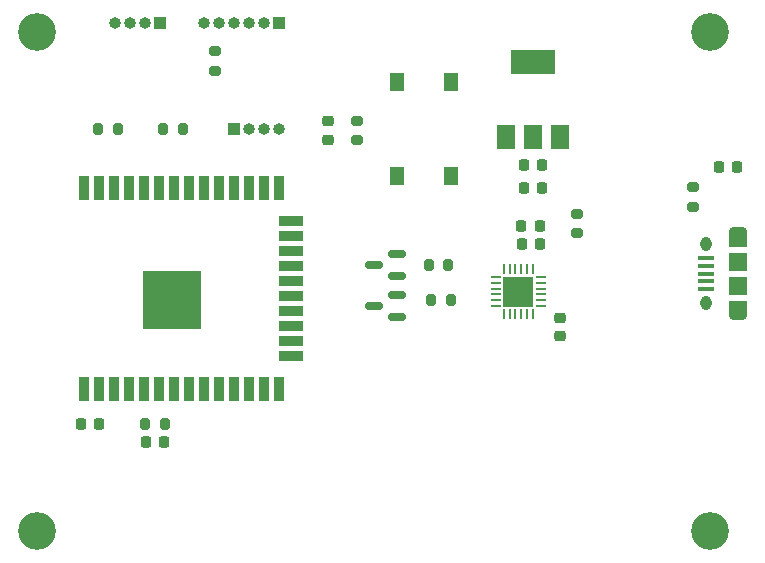
<source format=gbr>
%TF.GenerationSoftware,KiCad,Pcbnew,(6.0.2)*%
%TF.CreationDate,2022-04-19T16:18:31-05:00*%
%TF.ProjectId,Tlapixki-HelloWorld,546c6170-6978-46b6-992d-48656c6c6f57,rev?*%
%TF.SameCoordinates,Original*%
%TF.FileFunction,Soldermask,Top*%
%TF.FilePolarity,Negative*%
%FSLAX46Y46*%
G04 Gerber Fmt 4.6, Leading zero omitted, Abs format (unit mm)*
G04 Created by KiCad (PCBNEW (6.0.2)) date 2022-04-19 16:18:31*
%MOMM*%
%LPD*%
G01*
G04 APERTURE LIST*
G04 Aperture macros list*
%AMRoundRect*
0 Rectangle with rounded corners*
0 $1 Rounding radius*
0 $2 $3 $4 $5 $6 $7 $8 $9 X,Y pos of 4 corners*
0 Add a 4 corners polygon primitive as box body*
4,1,4,$2,$3,$4,$5,$6,$7,$8,$9,$2,$3,0*
0 Add four circle primitives for the rounded corners*
1,1,$1+$1,$2,$3*
1,1,$1+$1,$4,$5*
1,1,$1+$1,$6,$7*
1,1,$1+$1,$8,$9*
0 Add four rect primitives between the rounded corners*
20,1,$1+$1,$2,$3,$4,$5,0*
20,1,$1+$1,$4,$5,$6,$7,0*
20,1,$1+$1,$6,$7,$8,$9,0*
20,1,$1+$1,$8,$9,$2,$3,0*%
G04 Aperture macros list end*
%ADD10R,1.300000X1.550000*%
%ADD11RoundRect,0.225000X0.225000X0.250000X-0.225000X0.250000X-0.225000X-0.250000X0.225000X-0.250000X0*%
%ADD12C,3.200000*%
%ADD13RoundRect,0.200000X-0.275000X0.200000X-0.275000X-0.200000X0.275000X-0.200000X0.275000X0.200000X0*%
%ADD14RoundRect,0.200000X0.200000X0.275000X-0.200000X0.275000X-0.200000X-0.275000X0.200000X-0.275000X0*%
%ADD15RoundRect,0.062500X0.350000X0.062500X-0.350000X0.062500X-0.350000X-0.062500X0.350000X-0.062500X0*%
%ADD16RoundRect,0.062500X0.062500X0.350000X-0.062500X0.350000X-0.062500X-0.350000X0.062500X-0.350000X0*%
%ADD17R,2.600000X2.600000*%
%ADD18RoundRect,0.200000X-0.200000X-0.275000X0.200000X-0.275000X0.200000X0.275000X-0.200000X0.275000X0*%
%ADD19RoundRect,0.150000X0.587500X0.150000X-0.587500X0.150000X-0.587500X-0.150000X0.587500X-0.150000X0*%
%ADD20R,1.500000X2.000000*%
%ADD21R,3.800000X2.000000*%
%ADD22R,1.000000X1.000000*%
%ADD23O,1.000000X1.000000*%
%ADD24RoundRect,0.200000X0.275000X-0.200000X0.275000X0.200000X-0.275000X0.200000X-0.275000X-0.200000X0*%
%ADD25RoundRect,0.218750X0.218750X0.256250X-0.218750X0.256250X-0.218750X-0.256250X0.218750X-0.256250X0*%
%ADD26RoundRect,0.225000X-0.250000X0.225000X-0.250000X-0.225000X0.250000X-0.225000X0.250000X0.225000X0*%
%ADD27R,1.350000X0.400000*%
%ADD28R,1.550000X1.500000*%
%ADD29R,1.550000X1.200000*%
%ADD30O,1.550000X0.890000*%
%ADD31O,0.950000X1.250000*%
%ADD32RoundRect,0.218750X-0.256250X0.218750X-0.256250X-0.218750X0.256250X-0.218750X0.256250X0.218750X0*%
%ADD33R,0.900000X2.000000*%
%ADD34R,2.000000X0.900000*%
%ADD35R,5.000000X5.000000*%
G04 APERTURE END LIST*
D10*
%TO.C,S1*%
X96500000Y-105525000D03*
X96500000Y-113475000D03*
X101000000Y-105525000D03*
X101000000Y-113475000D03*
%TD*%
D11*
%TO.C,C3*%
X108775000Y-112500000D03*
X107225000Y-112500000D03*
%TD*%
D12*
%TO.C,H4*%
X123000000Y-143500000D03*
%TD*%
D13*
%TO.C,R9*%
X93100000Y-108775000D03*
X93100000Y-110425000D03*
%TD*%
D14*
%TO.C,R8*%
X78325000Y-109500000D03*
X76675000Y-109500000D03*
%TD*%
D15*
%TO.C,U2*%
X108687500Y-124500000D03*
X108687500Y-124000000D03*
X108687500Y-123500000D03*
X108687500Y-123000000D03*
X108687500Y-122500000D03*
X108687500Y-122000000D03*
D16*
X108000000Y-121312500D03*
X107500000Y-121312500D03*
X107000000Y-121312500D03*
X106500000Y-121312500D03*
X106000000Y-121312500D03*
X105500000Y-121312500D03*
D15*
X104812500Y-122000000D03*
X104812500Y-122500000D03*
X104812500Y-123000000D03*
X104812500Y-123500000D03*
X104812500Y-124000000D03*
X104812500Y-124500000D03*
D16*
X105500000Y-125187500D03*
X106000000Y-125187500D03*
X106500000Y-125187500D03*
X107000000Y-125187500D03*
X107500000Y-125187500D03*
X108000000Y-125187500D03*
D17*
X106750000Y-123250000D03*
%TD*%
D13*
%TO.C,R4*%
X121500000Y-114425000D03*
X121500000Y-116075000D03*
%TD*%
D18*
%TO.C,R6*%
X75175000Y-134500000D03*
X76825000Y-134500000D03*
%TD*%
D11*
%TO.C,C2*%
X108550000Y-117700000D03*
X107000000Y-117700000D03*
%TD*%
D19*
%TO.C,Q1*%
X96437500Y-125450000D03*
X96437500Y-123550000D03*
X94562500Y-124500000D03*
%TD*%
D20*
%TO.C,U1*%
X105700000Y-110150000D03*
X108000000Y-110150000D03*
D21*
X108000000Y-103850000D03*
D20*
X110300000Y-110150000D03*
%TD*%
D22*
%TO.C,J2*%
X86500000Y-100500000D03*
D23*
X85230000Y-100500000D03*
X83960000Y-100500000D03*
X82690000Y-100500000D03*
X81420000Y-100500000D03*
X80150000Y-100500000D03*
%TD*%
D12*
%TO.C,H3*%
X66000000Y-101250000D03*
%TD*%
%TO.C,H2*%
X123000000Y-101250000D03*
%TD*%
D11*
%TO.C,C1*%
X108775000Y-114500000D03*
X107225000Y-114500000D03*
%TD*%
D18*
%TO.C,R7*%
X71175000Y-109500000D03*
X72825000Y-109500000D03*
%TD*%
D11*
%TO.C,C4*%
X108575000Y-119200000D03*
X107025000Y-119200000D03*
%TD*%
D12*
%TO.C,H1*%
X66000000Y-143500000D03*
%TD*%
D24*
%TO.C,R5*%
X81050000Y-104575000D03*
X81050000Y-102925000D03*
%TD*%
D25*
%TO.C,D1*%
X125287500Y-112750000D03*
X123712500Y-112750000D03*
%TD*%
D26*
%TO.C,C5*%
X110250000Y-125475000D03*
X110250000Y-127025000D03*
%TD*%
D11*
%TO.C,C7*%
X71275000Y-134500000D03*
X69725000Y-134500000D03*
%TD*%
D13*
%TO.C,R3*%
X111750000Y-116675000D03*
X111750000Y-118325000D03*
%TD*%
D27*
%TO.C,J1*%
X122600000Y-123050000D03*
X122600000Y-122400000D03*
X122600000Y-121750000D03*
X122600000Y-121100000D03*
X122600000Y-120450000D03*
D28*
X125300000Y-120750000D03*
D29*
X125300000Y-118850000D03*
D30*
X125300000Y-125250000D03*
D31*
X122600000Y-119250000D03*
D28*
X125300000Y-122750000D03*
D29*
X125300000Y-124650000D03*
D31*
X122600000Y-124250000D03*
D30*
X125300000Y-118250000D03*
%TD*%
D11*
%TO.C,C6*%
X76775000Y-136000000D03*
X75225000Y-136000000D03*
%TD*%
D22*
%TO.C,J3*%
X76400000Y-100500000D03*
D23*
X75130000Y-100500000D03*
X73860000Y-100500000D03*
X72590000Y-100500000D03*
%TD*%
D22*
%TO.C,J4*%
X82690000Y-109500000D03*
D23*
X83960000Y-109500000D03*
X85230000Y-109500000D03*
X86500000Y-109500000D03*
%TD*%
D32*
%TO.C,D2*%
X90600000Y-108812500D03*
X90600000Y-110387500D03*
%TD*%
D19*
%TO.C,Q2*%
X96437500Y-121950000D03*
X96437500Y-120050000D03*
X94562500Y-121000000D03*
%TD*%
D14*
%TO.C,R2*%
X100825000Y-121000000D03*
X99175000Y-121000000D03*
%TD*%
D33*
%TO.C,U3*%
X69945000Y-131500000D03*
X71215000Y-131500000D03*
X72485000Y-131500000D03*
X73755000Y-131500000D03*
X75025000Y-131500000D03*
X76295000Y-131500000D03*
X77565000Y-131500000D03*
X78835000Y-131500000D03*
X80105000Y-131500000D03*
X81375000Y-131500000D03*
X82645000Y-131500000D03*
X83915000Y-131500000D03*
X85185000Y-131500000D03*
X86455000Y-131500000D03*
D34*
X87455000Y-128715000D03*
X87455000Y-127445000D03*
X87455000Y-126175000D03*
X87455000Y-124905000D03*
X87455000Y-123635000D03*
X87455000Y-122365000D03*
X87455000Y-121095000D03*
X87455000Y-119825000D03*
X87455000Y-118555000D03*
X87455000Y-117285000D03*
D33*
X86455000Y-114500000D03*
X85185000Y-114500000D03*
X83915000Y-114500000D03*
X82645000Y-114500000D03*
X81375000Y-114500000D03*
X80105000Y-114500000D03*
X78835000Y-114500000D03*
X77565000Y-114500000D03*
X76295000Y-114500000D03*
X75025000Y-114500000D03*
X73755000Y-114500000D03*
X72485000Y-114500000D03*
X71215000Y-114500000D03*
X69945000Y-114500000D03*
D35*
X77445000Y-124000000D03*
%TD*%
D14*
%TO.C,R1*%
X101000000Y-124000000D03*
X99350000Y-124000000D03*
%TD*%
M02*

</source>
